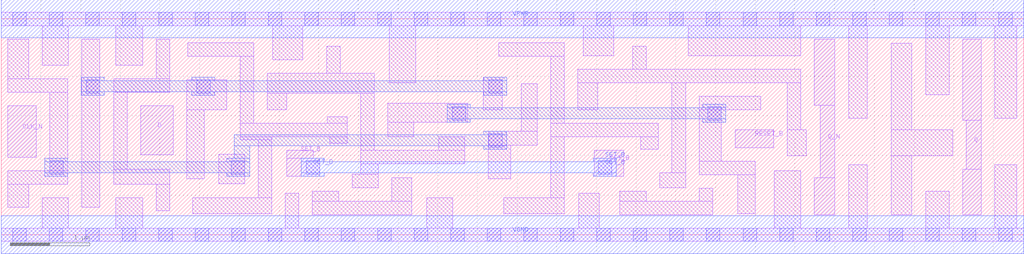
<source format=lef>
# Copyright 2020 The SkyWater PDK Authors
#
# Licensed under the Apache License, Version 2.0 (the "License");
# you may not use this file except in compliance with the License.
# You may obtain a copy of the License at
#
#     https://www.apache.org/licenses/LICENSE-2.0
#
# Unless required by applicable law or agreed to in writing, software
# distributed under the License is distributed on an "AS IS" BASIS,
# WITHOUT WARRANTIES OR CONDITIONS OF ANY KIND, either express or implied.
# See the License for the specific language governing permissions and
# limitations under the License.
#
# SPDX-License-Identifier: Apache-2.0

VERSION 5.7 ;
  NAMESCASESENSITIVE ON ;
  NOWIREEXTENSIONATPIN ON ;
  DIVIDERCHAR "/" ;
  BUSBITCHARS "[]" ;
UNITS
  DATABASE MICRONS 200 ;
END UNITS
MACRO sky130_fd_sc_hd__dfbbn_2
  CLASS CORE ;
  FOREIGN sky130_fd_sc_hd__dfbbn_2 ;
  ORIGIN  0.000000  0.000000 ;
  SIZE  12.88000 BY  2.720000 ;
  SYMMETRY X Y R90 ;
  SITE unithd ;
  PIN D
    ANTENNAGATEAREA  0.126000 ;
    DIRECTION INPUT ;
    USE SIGNAL ;
    PORT
      LAYER li1 ;
        RECT 1.760000 1.005000 2.170000 1.625000 ;
    END
  END D
  PIN Q
    ANTENNADIFFAREA  0.445500 ;
    DIRECTION OUTPUT ;
    USE SIGNAL ;
    PORT
      LAYER li1 ;
        RECT 12.115000 0.255000 12.345000 0.825000 ;
        RECT 12.115000 1.445000 12.345000 2.465000 ;
        RECT 12.160000 0.825000 12.345000 1.445000 ;
    END
  END Q
  PIN Q_N
    ANTENNADIFFAREA  0.445500 ;
    DIRECTION OUTPUT ;
    USE SIGNAL ;
    PORT
      LAYER li1 ;
        RECT 10.240000 0.255000 10.500000 0.715000 ;
        RECT 10.240000 1.630000 10.500000 2.465000 ;
        RECT 10.320000 0.715000 10.500000 1.630000 ;
    END
  END Q_N
  PIN RESET_B
    ANTENNAGATEAREA  0.159000 ;
    DIRECTION INPUT ;
    USE SIGNAL ;
    PORT
      LAYER li1 ;
        RECT 9.250000 1.095000 9.730000 1.325000 ;
    END
  END RESET_B
  PIN SET_B
    ANTENNAGATEAREA  0.252000 ;
    DIRECTION INPUT ;
    USE SIGNAL ;
    PORT
      LAYER li1 ;
        RECT 3.600000 0.735000 4.010000 0.965000 ;
        RECT 3.600000 0.965000 3.930000 1.065000 ;
      LAYER mcon ;
        RECT 3.840000 0.765000 4.010000 0.935000 ;
    END
    PORT
      LAYER li1 ;
        RECT 7.470000 0.735000 7.845000 1.065000 ;
      LAYER mcon ;
        RECT 7.520000 0.765000 7.690000 0.935000 ;
    END
    PORT
      LAYER met1 ;
        RECT 3.780000 0.735000 4.070000 0.780000 ;
        RECT 3.780000 0.780000 7.750000 0.920000 ;
        RECT 3.780000 0.920000 4.070000 0.965000 ;
        RECT 7.460000 0.735000 7.750000 0.780000 ;
        RECT 7.460000 0.920000 7.750000 0.965000 ;
    END
  END SET_B
  PIN CLK_N
    ANTENNAGATEAREA  0.159000 ;
    DIRECTION INPUT ;
    USE CLOCK ;
    PORT
      LAYER li1 ;
        RECT 0.085000 0.975000 0.440000 1.625000 ;
    END
  END CLK_N
  PIN VGND
    DIRECTION INOUT ;
    SHAPE ABUTMENT ;
    USE GROUND ;
    PORT
      LAYER met1 ;
        RECT 0.000000 -0.240000 12.880000 0.240000 ;
    END
  END VGND
  PIN VPWR
    DIRECTION INOUT ;
    SHAPE ABUTMENT ;
    USE POWER ;
    PORT
      LAYER met1 ;
        RECT 0.000000 2.480000 12.880000 2.960000 ;
    END
  END VPWR
  OBS
    LAYER li1 ;
      RECT  0.000000 -0.085000 12.880000 0.085000 ;
      RECT  0.000000  2.635000 12.880000 2.805000 ;
      RECT  0.085000  0.345000  0.345000 0.635000 ;
      RECT  0.085000  0.635000  0.840000 0.805000 ;
      RECT  0.085000  1.795000  0.840000 1.965000 ;
      RECT  0.085000  1.965000  0.345000 2.465000 ;
      RECT  0.515000  0.085000  0.845000 0.465000 ;
      RECT  0.515000  2.135000  0.845000 2.635000 ;
      RECT  0.610000  0.805000  0.840000 1.795000 ;
      RECT  1.015000  0.345000  1.240000 2.465000 ;
      RECT  1.420000  0.635000  2.125000 0.825000 ;
      RECT  1.420000  0.825000  1.590000 1.795000 ;
      RECT  1.420000  1.795000  2.125000 1.965000 ;
      RECT  1.445000  0.085000  1.785000 0.465000 ;
      RECT  1.445000  2.135000  1.785000 2.635000 ;
      RECT  1.955000  0.305000  2.125000 0.635000 ;
      RECT  1.955000  1.965000  2.125000 2.465000 ;
      RECT  2.340000  0.705000  2.560000 1.575000 ;
      RECT  2.340000  1.575000  2.840000 1.955000 ;
      RECT  2.350000  2.250000  3.180000 2.420000 ;
      RECT  2.415000  0.265000  3.410000 0.465000 ;
      RECT  2.740000  0.645000  3.070000 1.015000 ;
      RECT  3.010000  1.195000  3.410000 1.235000 ;
      RECT  3.010000  1.235000  4.360000 1.405000 ;
      RECT  3.010000  1.405000  3.180000 2.250000 ;
      RECT  3.240000  0.465000  3.410000 1.195000 ;
      RECT  3.350000  1.575000  3.600000 1.785000 ;
      RECT  3.350000  1.785000  4.700000 2.035000 ;
      RECT  3.420000  2.205000  3.800000 2.635000 ;
      RECT  3.580000  0.085000  3.750000 0.525000 ;
      RECT  3.920000  0.255000  5.170000 0.425000 ;
      RECT  3.920000  0.425000  4.250000 0.545000 ;
      RECT  4.100000  2.035000  4.270000 2.375000 ;
      RECT  4.110000  1.405000  4.360000 1.485000 ;
      RECT  4.140000  1.155000  4.360000 1.235000 ;
      RECT  4.420000  0.595000  4.750000 0.765000 ;
      RECT  4.530000  0.765000  4.750000 0.895000 ;
      RECT  4.530000  0.895000  5.840000 1.065000 ;
      RECT  4.530000  1.065000  4.700000 1.785000 ;
      RECT  4.870000  1.235000  5.200000 1.415000 ;
      RECT  4.870000  1.415000  5.875000 1.655000 ;
      RECT  4.890000  1.915000  5.220000 2.635000 ;
      RECT  4.920000  0.425000  5.170000 0.715000 ;
      RECT  5.360000  0.085000  5.690000 0.465000 ;
      RECT  5.510000  1.065000  5.840000 1.235000 ;
      RECT  6.075000  1.575000  6.310000 1.985000 ;
      RECT  6.135000  0.705000  6.420000 1.125000 ;
      RECT  6.135000  1.125000  6.755000 1.305000 ;
      RECT  6.265000  2.250000  7.095000 2.420000 ;
      RECT  6.330000  0.265000  7.095000 0.465000 ;
      RECT  6.550000  1.305000  6.755000 1.905000 ;
      RECT  6.925000  0.465000  7.095000 1.235000 ;
      RECT  6.925000  1.235000  8.275000 1.405000 ;
      RECT  6.925000  1.405000  7.095000 2.250000 ;
      RECT  7.265000  1.575000  7.515000 1.915000 ;
      RECT  7.265000  1.915000 10.070000 2.085000 ;
      RECT  7.275000  0.085000  7.535000 0.525000 ;
      RECT  7.335000  2.255000  7.715000 2.635000 ;
      RECT  7.795000  0.255000  8.965000 0.425000 ;
      RECT  7.795000  0.425000  8.125000 0.545000 ;
      RECT  7.955000  2.085000  8.125000 2.375000 ;
      RECT  8.055000  1.075000  8.275000 1.235000 ;
      RECT  8.295000  0.595000  8.625000 0.780000 ;
      RECT  8.445000  0.780000  8.625000 1.915000 ;
      RECT  8.655000  2.255000 10.070000 2.635000 ;
      RECT  8.795000  0.425000  8.965000 0.585000 ;
      RECT  8.795000  0.755000  9.500000 0.925000 ;
      RECT  8.795000  0.925000  9.070000 1.575000 ;
      RECT  8.795000  1.575000  9.570000 1.745000 ;
      RECT  9.280000  0.265000  9.500000 0.755000 ;
      RECT  9.740000  0.085000 10.070000 0.805000 ;
      RECT  9.900000  0.995000 10.140000 1.325000 ;
      RECT  9.900000  1.325000 10.070000 1.915000 ;
      RECT 10.680000  0.085000 10.910000 0.885000 ;
      RECT 10.680000  1.465000 10.910000 2.635000 ;
      RECT 11.215000  0.255000 11.470000 0.995000 ;
      RECT 11.215000  0.995000 11.990000 1.325000 ;
      RECT 11.215000  1.325000 11.470000 2.415000 ;
      RECT 11.650000  0.085000 11.945000 0.545000 ;
      RECT 11.650000  1.765000 11.945000 2.635000 ;
      RECT 12.515000  0.085000 12.795000 0.885000 ;
      RECT 12.515000  1.465000 12.795000 2.635000 ;
    LAYER mcon ;
      RECT  0.145000 -0.085000  0.315000 0.085000 ;
      RECT  0.145000  2.635000  0.315000 2.805000 ;
      RECT  0.605000 -0.085000  0.775000 0.085000 ;
      RECT  0.605000  2.635000  0.775000 2.805000 ;
      RECT  0.610000  0.765000  0.780000 0.935000 ;
      RECT  1.065000 -0.085000  1.235000 0.085000 ;
      RECT  1.065000  2.635000  1.235000 2.805000 ;
      RECT  1.070000  1.785000  1.240000 1.955000 ;
      RECT  1.525000 -0.085000  1.695000 0.085000 ;
      RECT  1.525000  2.635000  1.695000 2.805000 ;
      RECT  1.985000 -0.085000  2.155000 0.085000 ;
      RECT  1.985000  2.635000  2.155000 2.805000 ;
      RECT  2.445000 -0.085000  2.615000 0.085000 ;
      RECT  2.445000  2.635000  2.615000 2.805000 ;
      RECT  2.460000  1.785000  2.630000 1.955000 ;
      RECT  2.900000  0.765000  3.070000 0.935000 ;
      RECT  2.905000 -0.085000  3.075000 0.085000 ;
      RECT  2.905000  2.635000  3.075000 2.805000 ;
      RECT  3.365000 -0.085000  3.535000 0.085000 ;
      RECT  3.365000  2.635000  3.535000 2.805000 ;
      RECT  3.825000 -0.085000  3.995000 0.085000 ;
      RECT  3.825000  2.635000  3.995000 2.805000 ;
      RECT  4.285000 -0.085000  4.455000 0.085000 ;
      RECT  4.285000  2.635000  4.455000 2.805000 ;
      RECT  4.745000 -0.085000  4.915000 0.085000 ;
      RECT  4.745000  2.635000  4.915000 2.805000 ;
      RECT  5.205000 -0.085000  5.375000 0.085000 ;
      RECT  5.205000  2.635000  5.375000 2.805000 ;
      RECT  5.665000 -0.085000  5.835000 0.085000 ;
      RECT  5.665000  2.635000  5.835000 2.805000 ;
      RECT  5.680000  1.445000  5.850000 1.615000 ;
      RECT  6.125000 -0.085000  6.295000 0.085000 ;
      RECT  6.125000  2.635000  6.295000 2.805000 ;
      RECT  6.140000  1.105000  6.310000 1.275000 ;
      RECT  6.140000  1.785000  6.310000 1.955000 ;
      RECT  6.585000 -0.085000  6.755000 0.085000 ;
      RECT  6.585000  2.635000  6.755000 2.805000 ;
      RECT  7.045000 -0.085000  7.215000 0.085000 ;
      RECT  7.045000  2.635000  7.215000 2.805000 ;
      RECT  7.505000 -0.085000  7.675000 0.085000 ;
      RECT  7.505000  2.635000  7.675000 2.805000 ;
      RECT  7.965000 -0.085000  8.135000 0.085000 ;
      RECT  7.965000  2.635000  8.135000 2.805000 ;
      RECT  8.425000 -0.085000  8.595000 0.085000 ;
      RECT  8.425000  2.635000  8.595000 2.805000 ;
      RECT  8.885000 -0.085000  9.055000 0.085000 ;
      RECT  8.885000  2.635000  9.055000 2.805000 ;
      RECT  8.900000  1.445000  9.070000 1.615000 ;
      RECT  9.345000 -0.085000  9.515000 0.085000 ;
      RECT  9.345000  2.635000  9.515000 2.805000 ;
      RECT  9.805000 -0.085000  9.975000 0.085000 ;
      RECT  9.805000  2.635000  9.975000 2.805000 ;
      RECT 10.265000 -0.085000 10.435000 0.085000 ;
      RECT 10.265000  2.635000 10.435000 2.805000 ;
      RECT 10.725000 -0.085000 10.895000 0.085000 ;
      RECT 10.725000  2.635000 10.895000 2.805000 ;
      RECT 11.185000 -0.085000 11.355000 0.085000 ;
      RECT 11.185000  2.635000 11.355000 2.805000 ;
      RECT 11.645000 -0.085000 11.815000 0.085000 ;
      RECT 11.645000  2.635000 11.815000 2.805000 ;
      RECT 12.105000 -0.085000 12.275000 0.085000 ;
      RECT 12.105000  2.635000 12.275000 2.805000 ;
      RECT 12.565000 -0.085000 12.735000 0.085000 ;
      RECT 12.565000  2.635000 12.735000 2.805000 ;
    LAYER met1 ;
      RECT 0.550000 0.735000 0.840000 0.780000 ;
      RECT 0.550000 0.780000 3.130000 0.920000 ;
      RECT 0.550000 0.920000 0.840000 0.965000 ;
      RECT 1.010000 1.755000 1.300000 1.800000 ;
      RECT 1.010000 1.800000 6.370000 1.940000 ;
      RECT 1.010000 1.940000 1.300000 1.985000 ;
      RECT 2.400000 1.755000 2.690000 1.800000 ;
      RECT 2.400000 1.940000 2.690000 1.985000 ;
      RECT 2.840000 0.735000 3.130000 0.780000 ;
      RECT 2.840000 0.920000 3.130000 0.965000 ;
      RECT 2.935000 0.965000 3.130000 1.120000 ;
      RECT 2.935000 1.120000 6.370000 1.260000 ;
      RECT 5.620000 1.415000 5.910000 1.460000 ;
      RECT 5.620000 1.460000 9.130000 1.600000 ;
      RECT 5.620000 1.600000 5.910000 1.645000 ;
      RECT 6.080000 1.075000 6.370000 1.120000 ;
      RECT 6.080000 1.260000 6.370000 1.305000 ;
      RECT 6.080000 1.755000 6.370000 1.800000 ;
      RECT 6.080000 1.940000 6.370000 1.985000 ;
      RECT 8.840000 1.415000 9.130000 1.460000 ;
      RECT 8.840000 1.600000 9.130000 1.645000 ;
  END
END sky130_fd_sc_hd__dfbbn_2
END LIBRARY

</source>
